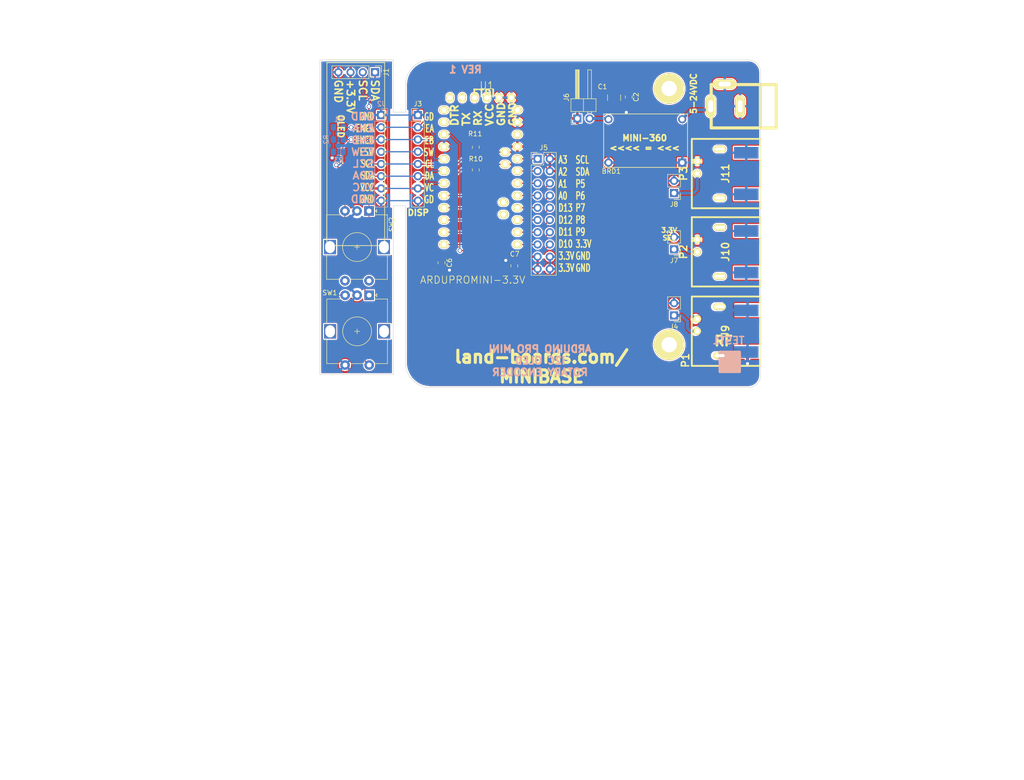
<source format=kicad_pcb>
(kicad_pcb (version 20171130) (host pcbnew "(5.1.5)-3")
  (title_block (title VFO-002) (date 2020-10-18) (rev 1) (company land-boards.com))
  (layers (0 F.Cu signal) (31 B.Cu signal) (36 B.SilkS user hide) (37 F.SilkS user) (38 B.Mask user hide) (39 F.Mask user hide) (44 Edge.Cuts user))
  (net 0 "")
  (net 1 GND)
  (net 2 +3V3)
  (net 3 /STM_SDA)
  (net 4 /STM_SCL)
  (net 5 "Net-(BRD1-PadIN+)")
  (net 6 /ENCSW)
  (net 7 /ENCB)
  (net 8 /ENCA)
  (net 9 /OUT0)
  (net 10 /OUT1)
  (net 11 "Net-(BRD1-PadOUT+)")
  (net 12 /A3)
  (net 13 /A2)
  (net 14 /A1)
  (net 15 /D13)
  (net 16 /D12)
  (net 17 /D11)
  (net 18 /D10)
  (net 19 /A0)
  (net 20 /P5)
  (net 21 /P6)
  (net 22 /P7)
  (net 23 /P8)
  (net 24 /P9)
  (net 25 "Net-(R3-Pad2)")
  (net 26 /RES)
  (net 27 /OUT2)
  (module LandBoards_BoardOutlines:ArduProMini (layer F.Cu) (at 119.634 32.512)
    (fp_text reference U1 (at 11.43 1.27) (layer F.SilkS) (effects (font (size 1.5 1.5))))
    (fp_text value ARDUPROMINI-3.3V (at 8.509 41.656) (layer F.SilkS) (effects (font (size 1.5 1.5))))
    (pad 1 thru_hole oval (at 3.81 3.81) (size 1.524 2) (drill 1) (layers *.Cu *.Mask F.SilkS))
    (pad 2 thru_hole oval (at 6.35 3.81) (size 1.524 2) (drill 1) (layers *.Cu *.Mask F.SilkS))
    (pad 3 thru_hole oval (at 8.89 3.81) (size 1.524 2) (drill 1) (layers *.Cu *.Mask F.SilkS))
    (pad 4 thru_hole oval (at 11.43 3.81) (size 1.524 2) (drill 1) (layers *.Cu *.Mask F.SilkS))
    (pad 5 thru_hole oval (at 13.97 3.81) (size 1.524 2) (drill 1) (layers *.Cu *.Mask F.SilkS) (net 1 GND))
    (pad 6 thru_hole oval (at 16.51 3.81) (size 1.524 2) (drill 1) (layers *.Cu *.Mask F.SilkS) (net 1 GND))
    (pad 7 thru_hole oval (at 2.54 6.35) (size 2 1.524) (drill 1) (layers *.Cu *.Mask F.SilkS))
    (pad 8 thru_hole oval (at 2.54 8.89) (size 2 1.524) (drill 1) (layers *.Cu *.Mask F.SilkS))
    (pad 9 thru_hole oval (at 2.54 11.43) (size 2 1.524) (drill 1) (layers *.Cu *.Mask F.SilkS) (net 26 /RES))
    (pad 10 thru_hole oval (at 2.54 13.97) (size 2 1.524) (drill 1) (layers *.Cu *.Mask F.SilkS) (net 1 GND))
    (pad 11 thru_hole oval (at 2.54 16.51) (size 2 1.524) (drill 1) (layers *.Cu *.Mask F.SilkS) (net 8 /ENCA))
    (pad 12 thru_hole oval (at 2.54 19.05) (size 2 1.524) (drill 1) (layers *.Cu *.Mask F.SilkS) (net 7 /ENCB))
    (pad 13 thru_hole oval (at 2.54 21.59) (size 2 1.524) (drill 1) (layers *.Cu *.Mask F.SilkS) (net 6 /ENCSW))
    (pad 14 thru_hole oval (at 2.54 24.13) (size 2 1.524) (drill 1) (layers *.Cu *.Mask F.SilkS) (net 20 /P5))
    (pad 15 thru_hole oval (at 2.54 26.67) (size 2 1.524) (drill 1) (layers *.Cu *.Mask F.SilkS) (net 21 /P6))
    (pad 16 thru_hole oval (at 2.54 29.21) (size 2 1.524) (drill 1) (layers *.Cu *.Mask F.SilkS) (net 22 /P7))
    (pad 17 thru_hole oval (at 2.54 31.75) (size 2 1.524) (drill 1) (layers *.Cu *.Mask F.SilkS) (net 23 /P8))
    (pad 18 thru_hole oval (at 2.54 34.29) (size 2 1.524) (drill 1) (layers *.Cu *.Mask F.SilkS) (net 24 /P9))
    (pad 19 thru_hole oval (at 17.78 6.35) (size 2 1.524) (drill 1) (layers *.Cu *.Mask F.SilkS))
    (pad 20 thru_hole oval (at 17.78 8.89) (size 2 1.524) (drill 1) (layers *.Cu *.Mask F.SilkS) (net 1 GND))
    (pad 21 thru_hole oval (at 17.78 11.43) (size 2 1.524) (drill 1) (layers *.Cu *.Mask F.SilkS))
    (pad 22 thru_hole oval (at 17.78 13.97) (size 2 1.524) (drill 1) (layers *.Cu *.Mask F.SilkS) (net 2 +3V3))
    (pad 23 thru_hole oval (at 17.78 16.51) (size 2 1.524) (drill 1) (layers *.Cu *.Mask F.SilkS) (net 12 /A3))
    (pad 24 thru_hole oval (at 17.78 19.05) (size 2 1.524) (drill 1) (layers *.Cu *.Mask F.SilkS) (net 13 /A2))
    (pad 25 thru_hole oval (at 17.78 21.59) (size 2 1.524) (drill 1) (layers *.Cu *.Mask F.SilkS) (net 14 /A1))
    (pad 26 thru_hole oval (at 17.78 24.13) (size 2 1.524) (drill 1) (layers *.Cu *.Mask F.SilkS) (net 19 /A0))
    (pad 27 thru_hole oval (at 17.78 26.67) (size 2 1.524) (drill 1) (layers *.Cu *.Mask F.SilkS) (net 15 /D13))
    (pad 28 thru_hole oval (at 17.78 29.21) (size 2 1.524) (drill 1) (layers *.Cu *.Mask F.SilkS) (net 16 /D12))
    (pad 29 thru_hole oval (at 17.78 31.75) (size 2 1.524) (drill 1) (layers *.Cu *.Mask F.SilkS) (net 17 /D11))
    (pad 30 thru_hole oval (at 17.78 34.29) (size 2 1.524) (drill 1) (layers *.Cu *.Mask F.SilkS) (net 18 /D10))
    (pad 31 thru_hole oval (at 15.24 15.113) (size 2 1.524) (drill 1) (layers *.Cu *.Mask F.SilkS) (net 4 /STM_SCL))
    (pad 32 thru_hole oval (at 15.24 17.653) (size 2 1.524) (drill 1) (layers *.Cu *.Mask F.SilkS) (net 3 /STM_SDA))
    (pad 34 thru_hole oval (at 14.859 25.527) (size 2 1.524) (drill 1) (layers *.Cu *.Mask F.SilkS))
    (pad 35 thru_hole oval (at 14.859 28.067) (size 2 1.524) (drill 1) (layers *.Cu *.Mask F.SilkS))
  )
  (module LandBoards_Conns:BNC-RT-OVAL_MTG (layer F.Cu) (at 174.752 84.806 270)
    (fp_text reference P1 (at 6.08 2.465 270) (layer F.SilkS) (effects (font (size 1.524 1.524) (thickness 0.3048))))
    (fp_text value BNC hide)
    (pad 1 thru_hole circle (at 0 0 270) (size 1.5748 1.5748) (drill 0.889) (layers *.Cu *.Mask F.SilkS) (net 9 /OUT0))
    (pad 2 thru_hole circle (at -2.54 0 270) (size 1.651 1.651) (drill 0.889) (layers *.Cu *.Mask F.SilkS) (net 1 GND))
    (pad "" thru_hole oval (at -5.08 -4.68 270) (size 1.4 2.6) (drill oval 0.6 2.00914) (layers *.Cu *.Mask F.SilkS))
    (pad "" thru_hole oval (at 5.08 -4.68 270) (size 1.4 2.6) (drill oval 0.6 2.00914) (layers *.Cu *.Mask F.SilkS))
  )
  (module LandBoards_BoardOutlines:MINI-360 (layer F.Cu) (at 172.72 50.8 180)
    (fp_text reference BRD1 (at 15.82 -0.7894 180) (layer F.SilkS))
    (fp_text value MINI-360)
    (pad OUT+ thru_hole oval (at 16.4 10 180) (size 1.7 1.7) (drill 1) (layers *.Cu *.Mask) (net 11 "Net-(BRD1-PadOUT+)"))
    (pad IN+ thru_hole oval (at 1.1 10 180) (size 1.7 1.7) (drill 1) (layers *.Cu *.Mask) (net 5 "Net-(BRD1-PadIN+)"))
    (pad OUT- thru_hole oval (at 16.4 1 180) (size 1.7 1.7) (drill 1) (layers *.Cu *.Mask) (net 1 GND))
    (pad IN- thru_hole rect (at 1.1 1 180) (size 1.7 1.7) (drill 1) (layers *.Cu *.Mask) (net 1 GND))
  )
  (module LandBoards_BoardOutlines:OLED-091in (layer F.Cu) (at 107.87 31.04 270)
    (fp_text reference J1 (at 0 -2.33 90) (layer F.SilkS))
    (fp_text value OLED_I2C)
    (pad 4 thru_hole oval (at 0 7.62 270) (size 1.7 1.7) (drill 1) (layers *.Cu *.Mask) (net 1 GND))
    (pad 3 thru_hole oval (at 0 5.08 270) (size 1.7 1.7) (drill 1) (layers *.Cu *.Mask) (net 2 +3V3))
    (pad 2 thru_hole oval (at 0 2.54 270) (size 1.7 1.7) (drill 1) (layers *.Cu *.Mask) (net 4 /STM_SCL))
    (pad 1 thru_hole rect (at 0 0 270) (size 1.7 1.7) (drill 1) (layers *.Cu *.Mask) (net 3 /STM_SDA))
  )
  (module Rotary_Encoder:RotaryEncoder_Alps_EC12E-Switch_Vertical_H20mm (layer F.Cu) (at 106.6254 59.8436 270)
    (fp_text reference SW2 (at 2.8 -4.7 90) (layer F.SilkS))
    (fp_text value Rotary_Encoder_Switch)
    (pad S2 thru_hole circle (at 14.5 5 270) (size 2 2) (drill 1) (layers *.Cu *.Mask))
    (pad S1 thru_hole circle (at 14.5 0 270) (size 2 2) (drill 1) (layers *.Cu *.Mask))
    (pad MP thru_hole rect (at 7.5 8.1 270) (size 3 2.5) (drill oval 2.5 2) (layers *.Cu *.Mask))
    (pad MP thru_hole rect (at 7.5 -3.1 270) (size 3 2.5) (drill oval 2.5 2) (layers *.Cu *.Mask))
    (pad B thru_hole circle (at 0 5 270) (size 2 2) (drill 1) (layers *.Cu *.Mask) (net 7 /ENCB))
    (pad C thru_hole circle (at 0 2.5 270) (size 2 2) (drill 1) (layers *.Cu *.Mask) (net 1 GND))
    (pad A thru_hole rect (at 0 0 270) (size 2 2) (drill 1) (layers *.Cu *.Mask) (net 8 /ENCA))
  )
  (module Connector_PinHeader_2.54mm:PinHeader_1x08_P2.54mm_Vertical (layer B.Cu) (at 109.14 39.93 180)
    (fp_text reference J2 (at 0 2.33) (layer B.SilkS) (effects (justify mirror)))
    (fp_text value Conn_01x08)
    (pad 8 thru_hole oval (at 0 -17.78 180) (size 1.7 1.7) (drill 1) (layers *.Cu *.Mask) (net 1 GND))
    (pad 7 thru_hole oval (at 0 -15.24 180) (size 1.7 1.7) (drill 1) (layers *.Cu *.Mask) (net 2 +3V3))
    (pad 6 thru_hole oval (at 0 -12.7 180) (size 1.7 1.7) (drill 1) (layers *.Cu *.Mask) (net 3 /STM_SDA))
    (pad 5 thru_hole oval (at 0 -10.16 180) (size 1.7 1.7) (drill 1) (layers *.Cu *.Mask) (net 4 /STM_SCL))
    (pad 4 thru_hole oval (at 0 -7.62 180) (size 1.7 1.7) (drill 1) (layers *.Cu *.Mask) (net 6 /ENCSW))
    (pad 3 thru_hole oval (at 0 -5.08 180) (size 1.7 1.7) (drill 1) (layers *.Cu *.Mask) (net 7 /ENCB))
    (pad 2 thru_hole oval (at 0 -2.54 180) (size 1.7 1.7) (drill 1) (layers *.Cu *.Mask) (net 8 /ENCA))
    (pad 1 thru_hole rect (at 0 0 180) (size 1.7 1.7) (drill 1) (layers *.Cu *.Mask) (net 1 GND))
  )
  (module Connector_PinHeader_2.54mm:PinHeader_1x08_P2.54mm_Vertical (layer F.Cu) (at 116.76 39.93)
    (fp_text reference J3 (at 0 -2.33) (layer F.SilkS))
    (fp_text value Conn_01x08)
    (pad 8 thru_hole oval (at 0 17.78) (size 1.7 1.7) (drill 1) (layers *.Cu *.Mask) (net 1 GND))
    (pad 7 thru_hole oval (at 0 15.24) (size 1.7 1.7) (drill 1) (layers *.Cu *.Mask) (net 2 +3V3))
    (pad 6 thru_hole oval (at 0 12.7) (size 1.7 1.7) (drill 1) (layers *.Cu *.Mask) (net 3 /STM_SDA))
    (pad 5 thru_hole oval (at 0 10.16) (size 1.7 1.7) (drill 1) (layers *.Cu *.Mask) (net 4 /STM_SCL))
    (pad 4 thru_hole oval (at 0 7.62) (size 1.7 1.7) (drill 1) (layers *.Cu *.Mask) (net 6 /ENCSW))
    (pad 3 thru_hole oval (at 0 5.08) (size 1.7 1.7) (drill 1) (layers *.Cu *.Mask) (net 7 /ENCB))
    (pad 2 thru_hole oval (at 0 2.54) (size 1.7 1.7) (drill 1) (layers *.Cu *.Mask) (net 8 /ENCA))
    (pad 1 thru_hole rect (at 0 0) (size 1.7 1.7) (drill 1) (layers *.Cu *.Mask) (net 1 GND))
  )
  (module LandBoards_Conns:DCJ-NEW-Slotted (layer F.Cu) (at 183.642 38.1 180)
    (fp_text reference J99 hide)
    (fp_text value DCJ0202 hide)
    (pad 3 thru_hole oval (at 3.2 4.6 180) (size 4.6 2) (drill oval 2.54 1) (layers *.Cu *.Mask F.SilkS) (net 1 GND))
    (pad 1 thru_hole oval (at 6.1 0 180) (size 2 4.6) (drill oval 1 2.54) (layers *.Cu *.Mask F.SilkS) (net 5 "Net-(BRD1-PadIN+)"))
    (pad 2 thru_hole oval (at 0 0 180) (size 2 4.6) (drill oval 1 2.54) (layers *.Cu *.Mask F.SilkS) (net 1 GND))
  )
  (module Resistor_SMD:R_0805_2012Metric_Pad1.15x1.40mm_HandSolder (layer B.Cu) (at 100.25 45.01)
    (fp_text reference R2 (at -2.54 0 90) (layer B.SilkS) (effects (justify mirror)))
    (fp_text value 2.2K)
    (pad 2 smd roundrect (at 1.025 0) (size 1.15 1.4) (layers B.Cu B.Paste B.Mask) (roundrect_rratio 0.217391) (net 7 /ENCB))
    (pad 1 smd roundrect (at -1.025 0) (size 1.15 1.4) (layers B.Cu B.Paste B.Mask) (roundrect_rratio 0.217391) (net 2 +3V3))
  )
  (module Resistor_SMD:R_0805_2012Metric_Pad1.15x1.40mm_HandSolder (layer B.Cu) (at 100.25 42.47)
    (fp_text reference R1 (at 0.09 -1.67) (layer B.SilkS) (effects (justify mirror)))
    (fp_text value 2.2K)
    (pad 2 smd roundrect (at 1.025 0) (size 1.15 1.4) (layers B.Cu B.Paste B.Mask) (roundrect_rratio 0.217391) (net 8 /ENCA))
    (pad 1 smd roundrect (at -1.025 0) (size 1.15 1.4) (layers B.Cu B.Paste B.Mask) (roundrect_rratio 0.217391) (net 2 +3V3))
  )
  (module Resistor_SMD:R_0805_2012Metric_Pad1.15x1.40mm_HandSolder (layer B.Cu) (at 100.25 47.55)
    (fp_text reference R3 (at 0.09 1.75) (layer B.SilkS) (effects (justify mirror)))
    (fp_text value 2.2K)
    (pad 2 smd roundrect (at 1.025 0) (size 1.15 1.4) (layers B.Cu B.Paste B.Mask) (roundrect_rratio 0.217391) (net 25 "Net-(R3-Pad2)"))
    (pad 1 smd roundrect (at -1.025 0) (size 1.15 1.4) (layers B.Cu B.Paste B.Mask) (roundrect_rratio 0.217391) (net 2 +3V3))
  )
  (module Resistor_SMD:R_0805_2012Metric_Pad1.15x1.40mm_HandSolder (layer F.Cu) (at 128.778 51.308 90)
    (fp_text reference R10 (at 2.286 0 180) (layer F.SilkS))
    (fp_text value 2.2K)
    (pad 2 smd roundrect (at 1.025 0 90) (size 1.15 1.4) (layers F.Cu F.Paste F.Mask) (roundrect_rratio 0.217391) (net 3 /STM_SDA))
    (pad 1 smd roundrect (at -1.025 0 90) (size 1.15 1.4) (layers F.Cu F.Paste F.Mask) (roundrect_rratio 0.217391) (net 2 +3V3))
  )
  (module Resistor_SMD:R_0805_2012Metric_Pad1.15x1.40mm_HandSolder (layer F.Cu) (at 128.778 46.609 270)
    (fp_text reference R11 (at -2.794 0.127) (layer F.SilkS))
    (fp_text value 2.2K)
    (pad 2 smd roundrect (at 1.025 0 270) (size 1.15 1.4) (layers F.Cu F.Paste F.Mask) (roundrect_rratio 0.217391) (net 4 /STM_SCL))
    (pad 1 smd roundrect (at -1.025 0 270) (size 1.15 1.4) (layers F.Cu F.Paste F.Mask) (roundrect_rratio 0.217391) (net 2 +3V3))
  )
  (module Rotary_Encoder:RotaryEncoder_Alps_EC12E-Switch_Vertical_H20mm (layer F.Cu) (at 106.6508 77.3442 270)
    (fp_text reference SW1 (at -0.514 8.168 180) (layer F.SilkS))
    (fp_text value Rotary_Encoder_Switch)
    (pad A thru_hole rect (at 0 0 270) (size 2 2) (drill 1) (layers *.Cu *.Mask) (net 8 /ENCA))
    (pad C thru_hole circle (at 0 2.5 270) (size 2 2) (drill 1) (layers *.Cu *.Mask) (net 1 GND))
    (pad B thru_hole circle (at 0 5 270) (size 2 2) (drill 1) (layers *.Cu *.Mask) (net 7 /ENCB))
    (pad MP thru_hole rect (at 7.5 -3.1 270) (size 3 2.5) (drill oval 2.5 2) (layers *.Cu *.Mask))
    (pad MP thru_hole rect (at 7.5 8.1 270) (size 3 2.5) (drill oval 2.5 2) (layers *.Cu *.Mask))
    (pad S1 thru_hole circle (at 14.5 0 270) (size 2 2) (drill 1) (layers *.Cu *.Mask) (net 25 "Net-(R3-Pad2)"))
    (pad S2 thru_hole circle (at 14.5 5 270) (size 2 2) (drill 1) (layers *.Cu *.Mask) (net 1 GND))
  )
  (module LandBoards_Marking:TEST_BLK-REAR (layer F.Cu) (at 181.483 91.186)
    (fp_text reference TEST1 (at -0.254 -4.445) (layer B.SilkS) (effects (font (size 1.524 1.524) (thickness 0.3048)) (justify mirror)))
    (fp_text value COUPON hide)
  )
  (module LandBoards_MountHoles:MTG-4-40 (layer F.Cu) (at 168.91 34.417)
    (fp_text reference MTG1 hide)
    (fp_text value MTG_HOLE hide)
    (pad 1 thru_hole circle (at 0 0) (size 6.35 6.35) (drill 3.175) (layers *.Cu *.Mask F.SilkS))
  )
  (module LandBoards_MountHoles:MTG-4-40 (layer F.Cu) (at 168.91 87.63)
    (fp_text reference MTG3 hide)
    (fp_text value MTG_HOLE hide)
    (pad 1 thru_hole circle (at 0 0) (size 6.35 6.35) (drill 3.175) (layers *.Cu *.Mask F.SilkS))
  )
  (module Capacitor_SMD:C_0805_2012Metric_Pad1.15x1.40mm_HandSolder (layer F.Cu) (at 160.528 36.195 270)
    (fp_text reference C2 (at 0 -1.524 90) (layer F.SilkS))
    (fp_text value 0.1uF)
    (pad 2 smd roundrect (at 1.025 0 270) (size 1.15 1.4) (layers F.Cu F.Paste F.Mask) (roundrect_rratio 0.217391) (net 1 GND))
    (pad 1 smd roundrect (at -1.025 0 270) (size 1.15 1.4) (layers F.Cu F.Paste F.Mask) (roundrect_rratio 0.217391) (net 2 +3V3))
  )
  (module Capacitor_SMD:C_0805_2012Metric_Pad1.15x1.40mm_HandSolder (layer F.Cu) (at 136.779 71.247 90)
    (fp_text reference C7 (at 2.448 0.074 180) (layer F.SilkS))
    (fp_text value 0.1uF)
    (pad 2 smd roundrect (at 1.025 0 90) (size 1.15 1.4) (layers F.Cu F.Paste F.Mask) (roundrect_rratio 0.217391) (net 1 GND))
    (pad 1 smd roundrect (at -1.025 0 90) (size 1.15 1.4) (layers F.Cu F.Paste F.Mask) (roundrect_rratio 0.217391) (net 2 +3V3))
  )
  (module Capacitor_SMD:C_0805_2012Metric_Pad1.15x1.40mm_HandSolder (layer F.Cu) (at 121.666 70.612 270)
    (fp_text reference C6 (at 0 -1.65 90) (layer F.SilkS))
    (fp_text value 0.1uF)
    (pad 2 smd roundrect (at 1.025 0 270) (size 1.15 1.4) (layers F.Cu F.Paste F.Mask) (roundrect_rratio 0.217391) (net 1 GND))
    (pad 1 smd roundrect (at -1.025 0 270) (size 1.15 1.4) (layers F.Cu F.Paste F.Mask) (roundrect_rratio 0.217391) (net 2 +3V3))
  )
  (module Capacitor_SMD:C_1210_3225Metric_Pad1.42x2.65mm_HandSolder (layer F.Cu) (at 157.48 36.322 270)
    (fp_text reference C1 (at -2.286 2.413 180) (layer F.SilkS))
    (fp_text value 10uF)
    (pad 2 smd roundrect (at 1.4875 0 270) (size 1.425 2.65) (layers F.Cu F.Paste F.Mask) (roundrect_rratio 0.175439) (net 1 GND))
    (pad 1 smd roundrect (at -1.4875 0 270) (size 1.425 2.65) (layers F.Cu F.Paste F.Mask) (roundrect_rratio 0.175439) (net 2 +3V3))
  )
  (module LandBoards_Conns:SMA_EDGE (layer F.Cu) (at 184.912 84.836)
    (fp_text reference J9 (at -4.318 0 90) (layer F.SilkS) (effects (font (size 1.524 1.524) (thickness 0.3048))))
    (fp_text value SMA-F hide)
    (pad 2 smd rect (at 0 4.318) (size 5.08 2.413) (layers B.Cu B.Paste B.Mask) (net 1 GND))
    (pad 2 smd rect (at 0 -4.318) (size 5.08 2.413) (layers B.Cu B.Paste B.Mask) (net 1 GND))
    (pad 2 smd rect (at 0 4.318) (size 5.08 2.413) (layers F.Cu F.Paste F.Mask) (net 1 GND))
    (pad 2 smd rect (at 0 -4.318) (size 5.08 2.413) (layers F.Cu F.Paste F.Mask) (net 1 GND))
    (pad 1 smd rect (at 0 0) (size 5.08 2.286) (layers F.Cu F.Paste F.Mask) (net 9 /OUT0))
  )
  (module Connector_PinHeader_2.54mm:PinHeader_2x10_P2.54mm_Vertical (layer F.Cu) (at 141.605 49.022)
    (fp_text reference J5 (at 1.27 -2.33) (layer F.SilkS))
    (fp_text value Conn_02x10_Odd_Even)
    (pad 1 thru_hole rect (at 0 0) (size 1.7 1.7) (drill 1) (layers *.Cu *.Mask) (net 12 /A3))
    (pad 2 thru_hole oval (at 2.54 0) (size 1.7 1.7) (drill 1) (layers *.Cu *.Mask) (net 4 /STM_SCL))
    (pad 3 thru_hole oval (at 0 2.54) (size 1.7 1.7) (drill 1) (layers *.Cu *.Mask) (net 13 /A2))
    (pad 4 thru_hole oval (at 2.54 2.54) (size 1.7 1.7) (drill 1) (layers *.Cu *.Mask) (net 3 /STM_SDA))
    (pad 5 thru_hole oval (at 0 5.08) (size 1.7 1.7) (drill 1) (layers *.Cu *.Mask) (net 14 /A1))
    (pad 6 thru_hole oval (at 2.54 5.08) (size 1.7 1.7) (drill 1) (layers *.Cu *.Mask) (net 20 /P5))
    (pad 7 thru_hole oval (at 0 7.62) (size 1.7 1.7) (drill 1) (layers *.Cu *.Mask) (net 19 /A0))
    (pad 8 thru_hole oval (at 2.54 7.62) (size 1.7 1.7) (drill 1) (layers *.Cu *.Mask) (net 21 /P6))
    (pad 9 thru_hole oval (at 0 10.16) (size 1.7 1.7) (drill 1) (layers *.Cu *.Mask) (net 15 /D13))
    (pad 10 thru_hole oval (at 2.54 10.16) (size 1.7 1.7) (drill 1) (layers *.Cu *.Mask) (net 22 /P7))
    (pad 11 thru_hole oval (at 0 12.7) (size 1.7 1.7) (drill 1) (layers *.Cu *.Mask) (net 16 /D12))
    (pad 12 thru_hole oval (at 2.54 12.7) (size 1.7 1.7) (drill 1) (layers *.Cu *.Mask) (net 23 /P8))
    (pad 13 thru_hole oval (at 0 15.24) (size 1.7 1.7) (drill 1) (layers *.Cu *.Mask) (net 17 /D11))
    (pad 14 thru_hole oval (at 2.54 15.24) (size 1.7 1.7) (drill 1) (layers *.Cu *.Mask) (net 24 /P9))
    (pad 15 thru_hole oval (at 0 17.78) (size 1.7 1.7) (drill 1) (layers *.Cu *.Mask) (net 18 /D10))
    (pad 16 thru_hole oval (at 2.54 17.78) (size 1.7 1.7) (drill 1) (layers *.Cu *.Mask) (net 26 /RES))
    (pad 17 thru_hole oval (at 0 20.32) (size 1.7 1.7) (drill 1) (layers *.Cu *.Mask) (net 2 +3V3))
    (pad 18 thru_hole oval (at 2.54 20.32) (size 1.7 1.7) (drill 1) (layers *.Cu *.Mask) (net 1 GND))
    (pad 19 thru_hole oval (at 0 22.86) (size 1.7 1.7) (drill 1) (layers *.Cu *.Mask) (net 2 +3V3))
    (pad 20 thru_hole oval (at 2.54 22.86) (size 1.7 1.7) (drill 1) (layers *.Cu *.Mask) (net 1 GND))
  )
  (module Connector_PinHeader_2.54mm:PinHeader_1x02_P2.54mm_Vertical (layer F.Cu) (at 169.926 81.534 180)
    (fp_text reference J4 (at 0 -2.33) (layer F.SilkS))
    (fp_text value Conn_01x02)
    (pad 1 thru_hole rect (at 0 0 180) (size 1.7 1.7) (drill 1) (layers *.Cu *.Mask) (net 9 /OUT0))
    (pad 2 thru_hole oval (at 0 2.54 180) (size 1.7 1.7) (drill 1) (layers *.Cu *.Mask) (net 1 GND))
  )
  (module Connector_PinHeader_2.54mm:PinHeader_1x02_P2.54mm_Horizontal (layer F.Cu) (at 149.86 40.64 90)
    (fp_text reference J6 (at 4.385 -2.27 90) (layer F.SilkS))
    (fp_text value Conn_01x02)
    (pad 1 thru_hole rect (at 0 0 90) (size 1.7 1.7) (drill 1) (layers *.Cu *.Mask) (net 2 +3V3))
    (pad 2 thru_hole oval (at 0 2.54 90) (size 1.7 1.7) (drill 1) (layers *.Cu *.Mask) (net 11 "Net-(BRD1-PadOUT+)"))
  )
  (module Connector_PinHeader_2.54mm:PinHeader_1x02_P2.54mm_Vertical (layer F.Cu) (at 169.926 67.818 180)
    (fp_text reference J7 (at 0 -2.33) (layer F.SilkS))
    (fp_text value Conn_01x02)
    (pad 1 thru_hole rect (at 0 0 180) (size 1.7 1.7) (drill 1) (layers *.Cu *.Mask) (net 10 /OUT1))
    (pad 2 thru_hole oval (at 0 2.54 180) (size 1.7 1.7) (drill 1) (layers *.Cu *.Mask) (net 1 GND))
  )
  (module Connector_PinHeader_2.54mm:PinHeader_1x02_P2.54mm_Vertical (layer F.Cu) (at 169.926 56.134 180)
    (fp_text reference J8 (at 0 -2.33) (layer F.SilkS))
    (fp_text value Conn_01x02)
    (pad 2 thru_hole oval (at 0 2.54 180) (size 1.7 1.7) (drill 1) (layers *.Cu *.Mask) (net 1 GND))
    (pad 1 thru_hole rect (at 0 0 180) (size 1.7 1.7) (drill 1) (layers *.Cu *.Mask) (net 27 /OUT2))
  )
  (module LandBoards_Conns:SMA_EDGE (layer F.Cu) (at 184.912 68.326)
    (fp_text reference J10 (at -4.318 0 90) (layer F.SilkS) (effects (font (size 1.524 1.524) (thickness 0.3048))))
    (fp_text value SMA-F hide)
    (pad 1 smd rect (at 0 0) (size 5.08 2.286) (layers F.Cu F.Paste F.Mask) (net 10 /OUT1))
    (pad 2 smd rect (at 0 -4.318) (size 5.08 2.413) (layers F.Cu F.Paste F.Mask) (net 1 GND))
    (pad 2 smd rect (at 0 4.318) (size 5.08 2.413) (layers F.Cu F.Paste F.Mask) (net 1 GND))
    (pad 2 smd rect (at 0 -4.318) (size 5.08 2.413) (layers B.Cu B.Paste B.Mask) (net 1 GND))
    (pad 2 smd rect (at 0 4.318) (size 5.08 2.413) (layers B.Cu B.Paste B.Mask) (net 1 GND))
  )
  (module LandBoards_Conns:SMA_EDGE (layer F.Cu) (at 184.912 52.07)
    (fp_text reference J11 (at -4.318 0 90) (layer F.SilkS) (effects (font (size 1.524 1.524) (thickness 0.3048))))
    (fp_text value SMA-F hide)
    (pad 2 smd rect (at 0 4.318) (size 5.08 2.413) (layers B.Cu B.Paste B.Mask) (net 1 GND))
    (pad 2 smd rect (at 0 -4.318) (size 5.08 2.413) (layers B.Cu B.Paste B.Mask) (net 1 GND))
    (pad 2 smd rect (at 0 4.318) (size 5.08 2.413) (layers F.Cu F.Paste F.Mask) (net 1 GND))
    (pad 2 smd rect (at 0 -4.318) (size 5.08 2.413) (layers F.Cu F.Paste F.Mask) (net 1 GND))
    (pad 1 smd rect (at 0 0) (size 5.08 2.286) (layers F.Cu F.Paste F.Mask) (net 27 /OUT2))
  )
  (module LandBoards_Conns:BNC-RT-OVAL_MTG (layer F.Cu) (at 174.752 68.326 270)
    (fp_text reference P2 (at 0.0254 2.8829 270) (layer F.SilkS) (effects (font (size 1.524 1.524) (thickness 0.3048))))
    (fp_text value BNC hide)
    (pad "" thru_hole oval (at 5.08 -4.68 270) (size 1.4 2.6) (drill oval 0.6 2.00914) (layers *.Cu *.Mask F.SilkS))
    (pad "" thru_hole oval (at -5.08 -4.68 270) (size 1.4 2.6) (drill oval 0.6 2.00914) (layers *.Cu *.Mask F.SilkS))
    (pad 2 thru_hole circle (at -2.54 0 270) (size 1.651 1.651) (drill 0.889) (layers *.Cu *.Mask F.SilkS) (net 1 GND))
    (pad 1 thru_hole circle (at 0 0 270) (size 1.5748 1.5748) (drill 0.889) (layers *.Cu *.Mask F.SilkS) (net 10 /OUT1))
  )
  (module LandBoards_Conns:BNC-RT-OVAL_MTG (layer F.Cu) (at 174.752 52.07 270)
    (fp_text reference P3 (at 0.0254 2.8829 270) (layer F.SilkS) (effects (font (size 1.524 1.524) (thickness 0.3048))))
    (fp_text value BNC hide)
    (pad 1 thru_hole circle (at 0 0 270) (size 1.5748 1.5748) (drill 0.889) (layers *.Cu *.Mask F.SilkS) (net 27 /OUT2))
    (pad 2 thru_hole circle (at -2.54 0 270) (size 1.651 1.651) (drill 0.889) (layers *.Cu *.Mask F.SilkS) (net 1 GND))
    (pad "" thru_hole oval (at -5.08 -4.68 270) (size 1.4 2.6) (drill oval 0.6 2.00914) (layers *.Cu *.Mask F.SilkS))
    (pad "" thru_hole oval (at 5.08 -4.68 270) (size 1.4 2.6) (drill oval 0.6 2.00914) (layers *.Cu *.Mask F.SilkS))
  )
  (gr_text "REV 1" (at 126.619 30.48) (layer B.SilkS) (effects (font (size 1.5 1.5) (thickness 0.375)) (justify mirror)))
  (gr_text "DTR\nTX\nRX\nVCC\nGND\nGND" (at 130.429 42.418 90) (layer F.SilkS) (effects (font (size 1.5 1.6) (thickness 0.375)) (justify left)))
  (gr_text "SCL\nSDA\nP5\nP6\nP7\nP8\nP9\n3.3V\nGND\nGND" (at 149.352 60.452) (layer F.SilkS) (effects (font (size 1.55 1) (thickness 0.25)) (justify left)))
  (gr_text "A3\nA2\nA1\nA0\nD13\nD12\nD11\nD10\n3.3V\n3.3V" (at 145.796 60.452) (layer F.SilkS) (effects (font (size 1.55 1) (thickness 0.25)) (justify left)))
  (gr_text DISP (at 116.84 60.198) (layer F.SilkS) (effects (font (size 1.27 1.27) (thickness 0.3175))))
  (gr_text "GD\nEA\nEB\nSW\nCL\nDA\nVC\nGD" (at 120.2398 48.8708) (layer F.SilkS) (effects (font (size 1.524 1) (thickness 0.25)) (justify right)))
  (gr_text "3.3V\nSEL" (at 168.91 64.643) (layer F.SilkS) (effects (font (size 1 1) (thickness 0.25))))
  (gr_text OLED (at 100.758 42.2668 270) (layer F.SilkS) (effects (font (size 1.27 1.27) (thickness 0.3175))))
  (gr_text "GND\nENA\nENB\nESW\nSCL\nSDA\nVCC\nGND" (at 107.87 48.82) (layer B.SilkS) (effects (font (size 1.524 1.5748) (thickness 0.3175)) (justify left mirror)))
  (gr_text "ARDUINO PRO MINI\nI2C OLED\nROTARY ENCODER" (at 142.113 90.932) (layer B.SilkS) (effects (font (size 1.5 1.5) (thickness 0.375)) (justify mirror)))
  (gr_text 5-24VDC (at 173.99 35.4584 90) (layer F.SilkS) (effects (font (size 1.27 1.2) (thickness 0.3))))
  (gr_text RF (at 180.213 86.868) (layer F.SilkS) (effects (font (size 2 2) (thickness 0.5))))
  (gr_line (start 98.04 28.5) (end 110.04 28.5) (layer F.SilkS) (width 0.15))
  (gr_text "GND\nENCA\nENCB\nESW\nSCL\nSDA\nVCC\nGND" (at 107.87 48.82) (layer F.SilkS) (effects (font (size 1.524 1) (thickness 0.25)) (justify right)))
  (gr_line (start 114.22 91.42) (end 114.195 58.7768) (layer Edge.Cuts) (width 0.1))
  (gr_text "SDA\nSCL\n+3.3V\nGND" (at 104.06 32.4 270) (layer F.SilkS) (effects (font (size 1.5748 1.5748) (thickness 0.3175)) (justify left)))
  (gr_text "MINI-360\n<<<< = <<<" (at 163.83 45.72) (layer F.SilkS) (effects (font (size 1.27 1.27) (thickness 0.3175))))
  (gr_text FTDI (at 130.429 35.433) (layer F.SilkS) (effects (font (size 1.5 1.5) (thickness 0.375))))
  (gr_text "land-boards.com/\nMINIBASE" (at 142.414 92.202) (layer F.SilkS) (effects (font (size 2.54 2.54) (thickness 0.635))))
  (gr_line (start 187.88 93.96) (end 187.88 31.04) (layer Edge.Cuts) (width 0.1))
  (gr_line (start 185.34 28.5) (end 119.3 28.5) (layer Edge.Cuts) (width 0.1))
  (gr_line (start 114.22 33.58) (end 114.22 39.3204) (layer Edge.Cuts) (width 0.1))
  (gr_line (start 119.3 96.5) (end 185.34 96.5) (layer Edge.Cuts) (width 0.1))
  (gr_arc (start 185.34 93.96) (end 185.34 96.5) (angle -90) (layer Edge.Cuts) (width 0.1))
  (gr_arc (start 185.34 31.04) (end 187.88 31.04) (angle -90) (layer Edge.Cuts) (width 0.1))
  (gr_arc (start 119.3 33.58) (end 119.3 28.5) (angle -90) (layer Edge.Cuts) (width 0.1))
  (gr_arc (start 119.3 91.42) (end 114.22 91.42) (angle -90) (layer Edge.Cuts) (width 0.1))
  (gr_line (start 96.4146 93.8288) (end 96.44 28.5) (layer Edge.Cuts) (width 0.1))
  (gr_line (start 111.6546 93.8288) (end 96.4146 93.8288) (layer Edge.Cuts) (width 0.1))
  (gr_line (start 111.68 58.7768) (end 111.6546 93.8288) (layer Edge.Cuts) (width 0.1))
  (gr_line (start 114.1946 58.7768) (end 111.6796 58.7768) (layer Edge.Cuts) (width 0.1))
  (gr_line (start 111.68 39.3204) (end 114.22 39.3204) (layer Edge.Cuts) (width 0.1))
  (gr_line (start 111.68 28.5) (end 111.68 39.3204) (layer Edge.Cuts) (width 0.1))
  (gr_line (start 96.44 28.5) (end 111.68 28.5) (layer Edge.Cuts) (width 0.1))
  (segment (start 185.213 80.85) (end 184.959 80.85) (width 0.635) (layer F.Cu) (net 1))
  (via (at 185.173 91.556) (size 0.889) (drill 0.635) (layers F.Cu B.Cu) (net 1))
  (segment (start 185.173 89.074) (end 185.173 91.556) (width 0.635) (layer F.Cu) (net 1))
  (segment (start 109.14 57.71) (end 116.76 57.71) (width 0.254) (layer B.Cu) (net 1))
  (segment (start 109.14 39.93) (end 116.76 39.93) (width 0.254) (layer B.Cu) (net 1))
  (via (at 123.317 72.136) (size 0.889) (drill 0.635) (layers F.Cu B.Cu) (net 1))
  (segment (start 121.666 71.637) (end 122.818 71.637) (width 0.254) (layer F.Cu) (net 1))
  (segment (start 122.818 71.637) (end 123.317 72.136) (width 0.254) (layer F.Cu) (net 1))
  (via (at 135.001 70.104) (size 0.889) (drill 0.635) (layers F.Cu B.Cu) (net 1))
  (segment (start 136.779 70.222) (end 135.119 70.222) (width 0.254) (layer F.Cu) (net 1))
  (segment (start 135.119 70.222) (end 135.001 70.104) (width 0.254) (layer F.Cu) (net 1))
  (segment (start 160.528 37.795) (end 160.528 37.22) (width 0.254) (layer F.Cu) (net 1))
  (segment (start 160.5135 37.8095) (end 160.528 37.795) (width 0.254) (layer F.Cu) (net 1))
  (segment (start 157.48 37.8095) (end 160.5135 37.8095) (width 0.254) (layer F.Cu) (net 1))
  (via (at 160.02 39.37) (size 0.889) (drill 0.635) (layers F.Cu B.Cu) (net 1))
  (segment (start 160.528 37.22) (end 160.528 38.862) (width 0.254) (layer F.Cu) (net 1))
  (segment (start 160.528 38.862) (end 160.02 39.37) (width 0.254) (layer F.Cu) (net 1))
  (segment (start 99.225 42.47) (end 99.225 45.01) (width 0.254) (layer B.Cu) (net 2))
  (segment (start 99.225 45.01) (end 99.225 47.55) (width 0.254) (layer B.Cu) (net 2))
  (segment (start 99.225 47.55) (end 99.225 48.575) (width 0.254) (layer B.Cu) (net 2))
  (segment (start 99.225 48.575) (end 98.98 48.82) (width 0.254) (layer B.Cu) (net 2))
  (via (at 98.98 48.82) (size 0.889) (drill 0.635) (layers F.Cu B.Cu) (net 2))
  (segment (start 109.14 55.17) (end 116.76 55.17) (width 0.254) (layer B.Cu) (net 2))
  (segment (start 109.14 52.63) (end 107.937919 52.63) (width 0.254) (layer F.Cu) (net 3))
  (segment (start 107.87 35.358) (end 107.87 31.04) (width 0.254) (layer F.Cu) (net 3))
  (segment (start 105.584 37.644) (end 107.87 35.358) (width 0.254) (layer F.Cu) (net 3))
  (segment (start 109.14 52.63) (end 116.76 52.63) (width 0.254) (layer B.Cu) (net 3))
  (segment (start 105.584 50.276081) (end 105.584 37.644) (width 0.1524) (layer F.Cu) (net 3))
  (segment (start 107.937919 52.63) (end 105.584 50.276081) (width 0.1524) (layer F.Cu) (net 3))
  (segment (start 128.896 50.165) (end 128.778 50.283) (width 0.254) (layer F.Cu) (net 3))
  (segment (start 134.874 50.165) (end 128.896 50.165) (width 0.254) (layer F.Cu) (net 3))
  (segment (start 126.755 50.283) (end 128.778 50.283) (width 0.254) (layer F.Cu) (net 3))
  (segment (start 124.33299 52.70501) (end 126.755 50.283) (width 0.254) (layer F.Cu) (net 3))
  (segment (start 118.037091 52.70501) (end 124.33299 52.70501) (width 0.254) (layer F.Cu) (net 3))
  (segment (start 117.962081 52.63) (end 118.037091 52.70501) (width 0.254) (layer F.Cu) (net 3))
  (segment (start 116.76 52.63) (end 117.962081 52.63) (width 0.254) (layer F.Cu) (net 3))
  (segment (start 143.295001 50.712001) (end 144.145 51.562) (width 0.254) (layer F.Cu) (net 3))
  (segment (start 142.913999 50.330999) (end 143.295001 50.712001) (width 0.254) (layer F.Cu) (net 3))
  (segment (start 136.293999 50.330999) (end 142.913999 50.330999) (width 0.254) (layer F.Cu) (net 3))
  (segment (start 136.128 50.165) (end 136.293999 50.330999) (width 0.254) (layer F.Cu) (net 3))
  (segment (start 134.874 50.165) (end 136.128 50.165) (width 0.254) (layer F.Cu) (net 3))
  (segment (start 109.14 50.09) (end 107.108 50.09) (width 0.254) (layer F.Cu) (net 4))
  (segment (start 107.108 50.09) (end 106.6 49.582) (width 0.254) (layer F.Cu) (net 4))
  (via (at 106.6 38.152) (size 0.889) (drill 0.635) (layers F.Cu B.Cu) (net 4))
  (segment (start 106.6 49.582) (end 106.6 38.152) (width 0.254) (layer F.Cu) (net 4))
  (segment (start 106.6 38.152) (end 106.6 36.628) (width 0.254) (layer B.Cu) (net 4))
  (segment (start 105.33 35.358) (end 105.33 31.04) (width 0.254) (layer B.Cu) (net 4))
  (segment (start 106.6 36.628) (end 105.33 35.358) (width 0.254) (layer B.Cu) (net 4))
  (segment (start 109.14 50.09) (end 116.76 50.09) (width 0.254) (layer B.Cu) (net 4))
  (segment (start 128.787 47.625) (end 128.778 47.634) (width 0.254) (layer F.Cu) (net 4))
  (segment (start 134.874 47.625) (end 128.787 47.625) (width 0.254) (layer F.Cu) (net 4))
  (segment (start 116.894091 50.16501) (end 124.84099 50.16501) (width 0.254) (layer F.Cu) (net 4))
  (segment (start 116.76 50.09) (end 117.962081 50.09) (width 0.254) (layer F.Cu) (net 4))
  (segment (start 117.962081 50.09) (end 118.037091 50.16501) (width 0.254) (layer F.Cu) (net 4))
  (segment (start 127.372 47.634) (end 128.778 47.634) (width 0.254) (layer F.Cu) (net 4))
  (segment (start 124.84099 50.16501) (end 127.372 47.634) (width 0.254) (layer F.Cu) (net 4))
  (segment (start 142.748 47.625) (end 144.145 49.022) (width 0.254) (layer F.Cu) (net 4))
  (segment (start 134.874 47.625) (end 142.748 47.625) (width 0.254) (layer F.Cu) (net 4))
  (segment (start 173.558 38.862) (end 171.62 40.8) (width 0.635) (layer B.Cu) (net 5))
  (segment (start 177.542 38.862) (end 173.558 38.862) (width 0.635) (layer B.Cu) (net 5))
  (segment (start 109.14 47.55) (end 116.76 47.55) (width 0.254) (layer B.Cu) (net 6))
  (segment (start 116.7866 47.5234) (end 116.76 47.55) (width 0.254) (layer F.Cu) (net 6))
  (segment (start 122.174 54.102) (end 118.618 54.102) (width 0.254) (layer B.Cu) (net 6))
  (segment (start 118.618 48.006) (end 118.237 47.625) (width 0.254) (layer B.Cu) (net 6))
  (segment (start 118.618 54.102) (end 118.618 48.006) (width 0.254) (layer B.Cu) (net 6))
  (segment (start 118.237 47.625) (end 116.76 47.55) (width 0.254) (layer B.Cu) (net 6))
  (segment (start 106.355 45.01) (end 109.14 45.01) (width 0.254) (layer B.Cu) (net 7))
  (segment (start 109.14 45.01) (end 111.005132 45.01) (width 0.254) (layer B.Cu) (net 7))
  (segment (start 111.005132 45.01) (end 111.005151 45.010019) (width 0.254) (layer B.Cu) (net 7))
  (segment (start 100.236587 77.3442) (end 98.3704 75.478013) (width 0.1524) (layer F.Cu) (net 7))
  (segment (start 101.6508 77.3442) (end 100.236587 77.3442) (width 0.1524) (layer F.Cu) (net 7))
  (segment (start 98.3704 75.478013) (end 98.3704 72.7976) (width 0.1524) (layer F.Cu) (net 7))
  (segment (start 101.6254 69.5426) (end 101.6254 59.8436) (width 0.1524) (layer F.Cu) (net 7))
  (segment (start 98.3704 72.7976) (end 101.6254 69.5426) (width 0.1524) (layer F.Cu) (net 7))
  (segment (start 101.6254 58.429387) (end 100.9866 57.790587) (width 0.1524) (layer F.Cu) (net 7))
  (segment (start 101.6254 59.8436) (end 101.6254 58.429387) (width 0.1524) (layer F.Cu) (net 7))
  (via (at 102.8916 45.01) (size 0.889) (drill 0.635) (layers F.Cu B.Cu) (net 7))
  (segment (start 100.9866 57.790587) (end 100.9866 46.915) (width 0.1524) (layer F.Cu) (net 7))
  (segment (start 109.14 45.01) (end 102.8916 45.01) (width 0.254) (layer B.Cu) (net 7))
  (segment (start 100.9866 46.915) (end 102.8916 45.01) (width 0.1524) (layer F.Cu) (net 7))
  (segment (start 102.8916 45.01) (end 101.275 45.01) (width 0.254) (layer B.Cu) (net 7))
  (segment (start 109.14 45.01) (end 116.76 45.01) (width 0.254) (layer B.Cu) (net 7))
  (segment (start 116.7612 45.0088) (end 116.76 45.01) (width 0.254) (layer F.Cu) (net 7))
  (segment (start 119.328 45.01) (end 119.38 44.958) (width 0.254) (layer F.Cu) (net 7))
  (segment (start 116.76 45.01) (end 119.328 45.01) (width 0.254) (layer F.Cu) (net 7))
  (segment (start 118.67 45.01) (end 116.76 45.01) (width 0.254) (layer B.Cu) (net 7))
  (segment (start 119.63401 51.30801) (end 119.63401 45.97401) (width 0.254) (layer B.Cu) (net 7))
  (segment (start 119.63401 45.97401) (end 118.67 45.01) (width 0.254) (layer B.Cu) (net 7))
  (segment (start 119.888 51.562) (end 119.63401 51.30801) (width 0.254) (layer B.Cu) (net 7))
  (segment (start 122.174 51.562) (end 119.888 51.562) (width 0.254) (layer B.Cu) (net 7))
  (segment (start 106.355 42.47) (end 109.14 42.47) (width 0.254) (layer B.Cu) (net 8))
  (segment (start 109.14 42.47) (end 116.76 42.47) (width 0.254) (layer B.Cu) (net 8))
  (segment (start 106.6508 77.3442) (end 106.6508 77.1156) (width 0.1524) (layer F.Cu) (net 8))
  (segment (start 106.6508 77.1156) (end 104.187 74.6518) (width 0.1524) (layer F.Cu) (net 8))
  (segment (start 104.187 74.6518) (end 104.187 66.2952) (width 0.1524) (layer F.Cu) (net 8))
  (segment (start 106.6254 63.8568) (end 106.6254 59.8436) (width 0.1524) (layer F.Cu) (net 8))
  (segment (start 104.187 66.2952) (end 106.6254 63.8568) (width 0.1524) (layer F.Cu) (net 8))
  (segment (start 106.6254 59.8436) (end 106.6254 53.7222) (width 0.1524) (layer F.Cu) (net 8))
  (segment (start 106.6254 53.7222) (end 104.7204 51.8172) (width 0.1524) (layer F.Cu) (net 8))
  (segment (start 104.7204 51.8172) (end 104.7204 44.2734) (width 0.1524) (layer F.Cu) (net 8))
  (via (at 102.917 42.47) (size 0.889) (drill 0.635) (layers F.Cu B.Cu) (net 8))
  (segment (start 104.7204 44.2734) (end 102.917 42.47) (width 0.1524) (layer F.Cu) (net 8))
  (segment (start 101.275 42.47) (end 102.917 42.47) (width 0.254) (layer B.Cu) (net 8))
  (segment (start 102.917 42.47) (end 109.14 42.47) (width 0.254) (layer B.Cu) (net 8))
  (segment (start 116.7842 42.4942) (end 116.76 42.47) (width 0.254) (layer F.Cu) (net 8))
  (segment (start 119.352 39.878) (end 119.371 39.878) (width 0.254) (layer F.Cu) (net 8))
  (segment (start 116.76 42.47) (end 119.352 39.878) (width 0.254) (layer F.Cu) (net 8))
  (segment (start 120.14202 44.19602) (end 118.416 42.47) (width 0.254) (layer B.Cu) (net 8))
  (segment (start 118.416 42.47) (end 116.76 42.47) (width 0.254) (layer B.Cu) (net 8))
  (segment (start 122.174 49.022) (end 120.269 49.022) (width 0.254) (layer B.Cu) (net 8))
  (segment (start 120.14202 48.89502) (end 120.14202 44.19602) (width 0.254) (layer B.Cu) (net 8))
  (segment (start 120.269 49.022) (end 120.14202 48.89502) (width 0.254) (layer B.Cu) (net 8))
  (segment (start 174.423 84.756) (end 174.418 84.761) (width 0.635) (layer F.Cu) (net 9))
  (segment (start 185.173 84.756) (end 174.423 84.756) (width 0.635) (layer F.Cu) (net 9))
  (segment (start 174.388 84.836) (end 174.418 84.806) (width 0.254) (layer B.Cu) (net 9))
  (segment (start 174.752 55.372) (end 174.752 52.07) (width 0.635) (layer B.Cu) (net 27))
  (segment (start 169.926 56.134) (end 173.99 56.134) (width 0.635) (layer B.Cu) (net 27))
  (segment (start 173.99 56.134) (end 174.752 55.372) (width 0.635) (layer B.Cu) (net 27))
  (segment (start 174.752 68.326) (end 172.974 68.326) (width 0.635) (layer B.Cu) (net 10))
  (segment (start 172.466 67.818) (end 169.926 67.818) (width 0.635) (layer B.Cu) (net 10))
  (segment (start 172.974 68.326) (end 172.466 67.818) (width 0.635) (layer B.Cu) (net 10))
  (segment (start 173.304449 84.806) (end 172.72 84.221551) (width 0.635) (layer B.Cu) (net 9))
  (segment (start 174.418 84.806) (end 173.304449 84.806) (width 0.635) (layer B.Cu) (net 9))
  (segment (start 172.72 84.221551) (end 172.72 82.804) (width 0.635) (layer B.Cu) (net 9))
  (segment (start 171.45 81.534) (end 169.926 81.534) (width 0.635) (layer B.Cu) (net 9))
  (segment (start 172.72 82.804) (end 171.45 81.534) (width 0.635) (layer B.Cu) (net 9))
  (segment (start 156.16 40.64) (end 156.32 40.8) (width 0.635) (layer B.Cu) (net 11))
  (segment (start 152.4 40.64) (end 156.16 40.64) (width 0.635) (layer B.Cu) (net 11))
  (segment (start 137.414 49.022) (end 141.5796 49.022) (width 0.254) (layer F.Cu) (net 12))
  (segment (start 137.414 51.562) (end 141.5796 51.562) (width 0.254) (layer F.Cu) (net 13))
  (segment (start 137.414 54.102) (end 141.5796 54.102) (width 0.254) (layer F.Cu) (net 14))
  (segment (start 137.414 59.182) (end 141.5796 59.182) (width 0.254) (layer F.Cu) (net 15))
  (segment (start 137.414 61.722) (end 141.5796 61.722) (width 0.254) (layer F.Cu) (net 16))
  (segment (start 137.414 64.262) (end 141.5796 64.262) (width 0.254) (layer F.Cu) (net 17))
  (segment (start 137.414 66.802) (end 141.5796 66.802) (width 0.254) (layer F.Cu) (net 18))
  (segment (start 137.414 56.642) (end 141.5796 56.642) (width 0.254) (layer F.Cu) (net 19))
  (segment (start 142.913999 55.333001) (end 144.145 54.102) (width 0.254) (layer F.Cu) (net 20))
  (segment (start 128.689999 55.333001) (end 142.913999 55.333001) (width 0.254) (layer F.Cu) (net 20))
  (segment (start 127.508 56.515) (end 128.689999 55.333001) (width 0.254) (layer F.Cu) (net 20))
  (segment (start 127.254 56.642) (end 127.508 56.515) (width 0.254) (layer F.Cu) (net 20))
  (segment (start 122.174 56.642) (end 127.254 56.642) (width 0.254) (layer F.Cu) (net 20))
  (segment (start 142.913999 57.873001) (end 144.145 56.642) (width 0.254) (layer F.Cu) (net 21))
  (segment (start 136.868539 57.873001) (end 142.913999 57.873001) (width 0.254) (layer F.Cu) (net 21))
  (segment (start 135.55954 59.182) (end 136.868539 57.873001) (width 0.254) (layer F.Cu) (net 21))
  (segment (start 122.174 59.182) (end 135.55954 59.182) (width 0.254) (layer F.Cu) (net 21))
  (segment (start 142.913999 60.413001) (end 144.145 59.182) (width 0.254) (layer F.Cu) (net 22))
  (segment (start 135.55954 61.722) (end 136.868539 60.413001) (width 0.254) (layer F.Cu) (net 22))
  (segment (start 136.868539 60.413001) (end 142.913999 60.413001) (width 0.254) (layer F.Cu) (net 22))
  (segment (start 122.174 61.722) (end 135.55954 61.722) (width 0.254) (layer F.Cu) (net 22))
  (segment (start 142.913999 62.953001) (end 144.145 61.722) (width 0.254) (layer F.Cu) (net 23))
  (segment (start 122.174 64.262) (end 127.508 64.262) (width 0.254) (layer F.Cu) (net 23))
  (segment (start 127.508 64.262) (end 128.778 62.992) (width 0.254) (layer F.Cu) (net 23))
  (segment (start 128.778 62.992) (end 142.913999 62.953001) (width 0.254) (layer F.Cu) (net 23))
  (segment (start 142.913999 65.493001) (end 144.145 64.262) (width 0.254) (layer F.Cu) (net 24))
  (segment (start 127.635 66.802) (end 128.905 65.532) (width 0.254) (layer F.Cu) (net 24))
  (segment (start 122.174 66.802) (end 127.635 66.802) (width 0.254) (layer F.Cu) (net 24))
  (segment (start 128.905 65.532) (end 142.913999 65.493001) (width 0.254) (layer F.Cu) (net 24))
  (segment (start 106.6508 91.8442) (end 102.6906 87.884) (width 0.254) (layer F.Cu) (net 25))
  (segment (start 102.6906 87.884) (end 102.6906 83.3866) (width 0.254) (layer F.Cu) (net 25))
  (segment (start 102.6906 83.3866) (end 100.711 81.407) (width 0.254) (layer F.Cu) (net 25))
  (segment (start 100.711 81.407) (end 100.711 80.01) (width 0.254) (layer F.Cu) (net 25))
  (segment (start 100.711 80.01) (end 97.409 76.708) (width 0.254) (layer F.Cu) (net 25))
  (segment (start 97.409 76.708) (end 97.409 73.112408) (width 0.254) (layer F.Cu) (net 25))
  (segment (start 97.409 73.112408) (end 100.457 70.064408) (width 0.254) (layer F.Cu) (net 25))
  (segment (start 100.244399 69.851807) (end 100.244399 50.758601) (width 0.254) (layer F.Cu) (net 25))
  (segment (start 100.457 70.064408) (end 100.244399 69.851807) (width 0.254) (layer F.Cu) (net 25))
  (segment (start 100.244399 50.758601) (end 99.822 50.336202) (width 0.254) (layer F.Cu) (net 25))
  (via (at 99.822 50.292) (size 0.889) (drill 0.635) (layers F.Cu B.Cu) (net 25))
  (segment (start 99.822 50.336202) (end 99.822 50.292) (width 0.254) (layer F.Cu) (net 25))
  (segment (start 101.275 49.467617) (end 101.275 47.55) (width 0.254) (layer B.Cu) (net 25))
  (segment (start 100.450617 50.292) (end 101.275 49.467617) (width 0.254) (layer B.Cu) (net 25))
  (segment (start 99.822 50.292) (end 100.450617 50.292) (width 0.254) (layer B.Cu) (net 25))
  (via (at 125.476 68.072) (size 0.889) (drill 0.635) (layers F.Cu B.Cu) (net 26))
  (segment (start 144.145 66.802) (end 142.875 68.072) (width 0.254) (layer F.Cu) (net 26))
  (segment (start 142.875 68.072) (end 125.476 68.072) (width 0.254) (layer F.Cu) (net 26))
  (segment (start 123.428 43.942) (end 122.174 43.942) (width 0.254) (layer B.Cu) (net 26))
  (segment (start 125.476 45.99) (end 123.428 43.942) (width 0.254) (layer B.Cu) (net 26))
  (segment (start 125.476 68.072) (end 125.476 45.99) (width 0.254) (layer B.Cu) (net 26))
  (zone (net 1) (net_name GND) (layer B.Cu) (connect_pads (clearance 0.254)) (min_thickness 0.254) (fill yes (arc_segments 32) (thermal_gap 0.508) (thermal_bridge_width 0.508))
    (polygon (pts (xy 111.76 38.608) (xy 110.998 38.608) (xy 110.998 41.2254) (xy 107.6922 41.2254) (xy 107.6668 56.313) (xy 110.998 56.313) (xy 110.998 59.182) (xy 111.6546 59.182) (xy 111.807 93.8796) (xy 96.567 93.8796) (xy 96.44 28.722992) (xy 111.68 28.722992)))
  )
  (zone (net 1) (net_name GND) (layer B.Cu) (connect_pads (clearance 0.254)) (min_thickness 0.254) (fill yes (arc_segments 32) (thermal_gap 0.508) (thermal_bridge_width 0.508))
    (polygon (pts (xy 187.3212 29.4144) (xy 187.86 30.8114) (xy 187.8292 94.3876) (xy 187.2196 95.7084) (xy 185.6194 96.5212) (xy 118.38 96.411115) (xy 115.49 94.6924) (xy 114.2 91.611115) (xy 114.046 59.182) (xy 115.062 59.182) (xy 115.061999 56.338405) (xy 118.1316 56.3384) (xy 118.0808 41.1238) (xy 114.808796 41.188337) (xy 114.808 38.862) (xy 114.218009 38.862) (xy 114.22 33.199) (xy 115.5154 30.2018) (xy 118.6904 28.5254) (xy 185.4162 28.4746)))
  )
  (zone (net 2) (net_name +3V3) (layer F.Cu) (connect_pads (clearance 0.254)) (min_thickness 0.254) (fill yes (arc_segments 32) (thermal_gap 0.508) (thermal_bridge_width 0.508))
    (polygon (pts (xy 111.671722 38.608) (xy 110.998 38.608) (xy 110.998 59.182) (xy 111.840412 59.182) (xy 111.6354 93.905) (xy 96.5354 93.905) (xy 96.44 28.5) (xy 111.68 28.5)))
  )
  (zone (net 2) (net_name +3V3) (layer F.Cu) (connect_pads (clearance 0.254)) (min_thickness 0.254) (fill yes (arc_segments 32) (thermal_gap 0.508) (thermal_bridge_width 0.508))
    (polygon (pts (xy 187.706 96.52) (xy 118.03 97.08) (xy 114.22 92) (xy 114.046 59.182) (xy 115.062 59.182) (xy 114.808 38.862) (xy 114.22 38.862) (xy 114.22 33.58) (xy 119.3 28.5) (xy 188.214 27.94)))
  )
)
</source>
